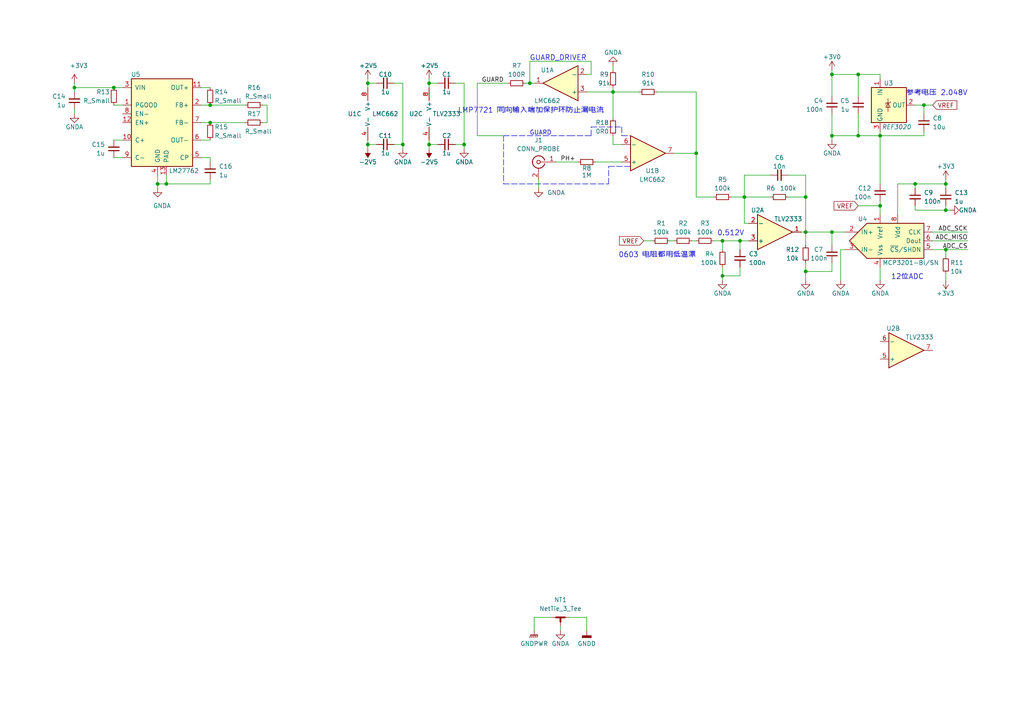
<source format=kicad_sch>
(kicad_sch (version 20210126) (generator eeschema)
  (paper "A4")
  (title_block (title "PH 计模拟前端验证版") (rev "MK1B1"))
  (lib_symbols
    (symbol "Amplifier_Operational:MCP6002-xSN" (pin_names (offset 0.127))
      (property "Reference" "U" (at 0 5.08 0))
      (property "Value" "MCP6002-xSN" (at 0 -5.08 0))
      (symbol "MCP6002-xSN_1_1"
        (polyline (pts (xy -5.08 5.08) (xy 5.08 0) (xy -5.08 -5.08) (xy -5.08 5.08)) (stroke (width 0.254)) (fill (type background)))
        (pin output line (at 7.62 0 180) (length 2.54) (name "~") (number "1"))
        (pin input line (at -7.62 -2.54 0) (length 2.54) (name "-") (number "2"))
        (pin input line (at -7.62 2.54 0) (length 2.54) (name "+") (number "3"))
      )
      (symbol "MCP6002-xSN_2_1"
        (polyline (pts (xy -5.08 5.08) (xy 5.08 0) (xy -5.08 -5.08) (xy -5.08 5.08)) (stroke (width 0.254)) (fill (type background)))
        (pin input line (at -7.62 2.54 0) (length 2.54) (name "+") (number "5"))
        (pin input line (at -7.62 -2.54 0) (length 2.54) (name "-") (number "6"))
        (pin output line (at 7.62 0 180) (length 2.54) (name "~") (number "7"))
      )
      (symbol "MCP6002-xSN_3_1"
        (pin power_in line (at -2.54 -7.62 90) (length 3.81) (name "V-") (number "4"))
        (pin power_in line (at -2.54 7.62 270) (length 3.81) (name "V+") (number "8"))
      )
    )
    (symbol "Analog_ADC:MCP3201" (pin_names (offset 0.762))
      (property "Reference" "U" (at 3.81 8.89 0))
      (property "Value" "MCP3201" (at 3.81 6.35 0))
      (symbol "MCP3201_0_0"
        (polyline (pts (xy -11.43 0) (xy -6.35 5.08) (xy 10.16 5.08) (xy 10.16 -5.08) (xy -6.35 -5.08) (xy -11.43 0)) (stroke (width 0.254)) (fill (type background)))
      )
      (symbol "MCP3201_1_1"
        (pin power_in line (at -2.54 7.62 270) (length 2.54) (name "Vref") (number "1"))
        (pin input line (at -12.7 2.54 0) (length 3.81) (name "IN+") (number "2"))
        (pin input line (at -12.7 -2.54 0) (length 3.81) (name "IN-") (number "3"))
        (pin power_in line (at -2.54 -7.62 90) (length 2.54) (name "Vss") (number "4"))
        (pin input line (at 12.7 -2.54 180) (length 2.54) (name "~CS~/SHDN") (number "5"))
        (pin output line (at 12.7 0 180) (length 2.54) (name "Dout") (number "6"))
        (pin input line (at 12.7 2.54 180) (length 2.54) (name "CLK") (number "7"))
        (pin power_in line (at 2.54 7.62 270) (length 2.54) (name "Vdd") (number "8"))
      )
    )
    (symbol "Connector:Conn_Coaxial" (pin_names (offset 1.016) hide)
      (property "Reference" "J" (at 0.254 3.048 0))
      (property "Value" "Conn_Coaxial" (at 2.921 0 90))
      (symbol "Conn_Coaxial_0_1"
        (arc (start -1.778 0.508) (end 1.778 0) (radius (at -0.0508 0) (length 1.8034) (angles 163.6 0)) (stroke (width 0.254)))
        (arc (start 1.778 0) (end -1.778 -0.508) (radius (at -0.0254 0) (length 1.8034) (angles 0 -163.8)) (stroke (width 0.254)))
        (circle (center 0 0) (radius 0.508) (stroke (width 0.2032)))
        (polyline (pts (xy -2.54 0) (xy -0.508 0)))
        (polyline (pts (xy 0 -2.54) (xy 0 -1.778)))
      )
      (symbol "Conn_Coaxial_1_1"
        (pin passive line (at -5.08 0 0) (length 2.54) (name "In") (number "1"))
        (pin passive line (at 0 -5.08 90) (length 2.54) (name "Ext") (number "2"))
      )
    )
    (symbol "Device:C_Small" (pin_numbers hide) (pin_names (offset 0.254) hide)
      (property "Reference" "C" (at 0.254 1.778 0))
      (property "Value" "C_Small" (at 0.254 -2.032 0))
      (symbol "C_Small_0_1"
        (polyline (pts (xy -1.524 -0.508) (xy 1.524 -0.508)) (stroke (width 0.3302)))
        (polyline (pts (xy -1.524 0.508) (xy 1.524 0.508)) (stroke (width 0.3048)))
      )
      (symbol "C_Small_1_1"
        (pin passive line (at 0 2.54 270) (length 2.032) (name "~") (number "1"))
        (pin passive line (at 0 -2.54 90) (length 2.032) (name "~") (number "2"))
      )
    )
    (symbol "Device:NetTie_3_Tee" (pin_numbers hide) (pin_names (offset 0) hide)
      (property "Reference" "NT" (at 0 3.175 0))
      (property "Value" "NetTie_3_Tee" (at 0 1.27 0))
      (symbol "NetTie_3_Tee_0_1"
        (polyline (pts (xy -1.27 0) (xy 1.27 0)) (stroke (width 0.508)))
        (polyline (pts (xy -1.27 0) (xy 1.27 0)) (stroke (width 0.254)))
        (polyline (pts (xy 0 -2.54) (xy 0 -2.54)) (stroke (width 0.254)))
        (polyline (pts (xy 0 -1.27) (xy 0 0)) (stroke (width 0.508)))
      )
      (symbol "NetTie_3_Tee_1_1"
        (pin passive line (at -2.54 0 0) (length 2.54) (name "1") (number "1"))
        (pin passive line (at 2.54 0 180) (length 2.54) (name "2") (number "2"))
        (pin passive line (at 0 -2.54 90) (length 2.54) (name "3") (number "3"))
      )
    )
    (symbol "Device:R_Small" (pin_numbers hide) (pin_names (offset 0.254) hide)
      (property "Reference" "R" (at 0.762 0.508 0))
      (property "Value" "R_Small" (at 0.762 -1.016 0))
      (symbol "R_Small_0_1"
        (rectangle (start -0.762 1.778) (end 0.762 -1.778) (stroke (width 0.2032)))
      )
      (symbol "R_Small_1_1"
        (pin passive line (at 0 2.54 270) (length 0.762) (name "~") (number "1"))
        (pin passive line (at 0 -2.54 90) (length 0.762) (name "~") (number "2"))
      )
    )
    (symbol "Reference_Voltage:REF3020" (pin_names (offset 0.254))
      (property "Reference" "U" (at 0 6.35 0))
      (property "Value" "REF3020" (at 2.54 -6.35 0))
      (symbol "REF3020_0_1"
        (rectangle (start -5.08 5.08) (end 5.08 -5.08) (stroke (width 0.254)) (fill (type background)))
        (polyline (pts (xy -0.254 1.905) (xy -0.254 -1.905)))
        (polyline (pts (xy -0.889 -0.635) (xy 0.381 -0.635) (xy -0.254 0.635) (xy -0.889 -0.635)))
        (polyline (pts (xy 0.381 1.016) (xy 0.381 0.635) (xy -0.889 0.635) (xy -0.889 0.254)))
      )
      (symbol "REF3020_1_1"
        (pin power_in line (at -2.54 7.62 270) (length 2.54) (name "IN") (number "1"))
        (pin power_out line (at 7.62 0 180) (length 2.54) (name "OUT") (number "2"))
        (pin power_in line (at -2.54 -7.62 90) (length 2.54) (name "GND") (number "3"))
      )
    )
    (symbol "Regulator_SwitchedCapacitor:LM27762" (pin_names (offset 1.016))
      (property "Reference" "U" (at -6.604 8.89 0))
      (property "Value" "LM27762" (at 6.096 8.89 0))
      (symbol "LM27762_0_1"
        (rectangle (start -7.62 7.62) (end 10.16 -17.78) (stroke (width 0.254)) (fill (type background)))
      )
      (symbol "LM27762_1_1"
        (pin open_collector line (at -10.16 0 0) (length 2.54) (name "PGOOD") (number "1"))
        (pin passive line (at -10.16 -10.16 0) (length 2.54) (name "C+") (number "10"))
        (pin power_out line (at 12.7 5.08 180) (length 2.54) (name "OUT+") (number "11"))
        (pin input line (at -10.16 -5.08 0) (length 2.54) (name "EN+") (number "12"))
        (pin power_in line (at 2.54 -20.32 90) (length 2.54) (name "PAD") (number "13"))
        (pin input line (at 12.7 0 180) (length 2.54) (name "FB+") (number "2"))
        (pin power_in line (at -10.16 5.08 0) (length 2.54) (name "VIN") (number "3"))
        (pin power_in line (at 0 -20.32 90) (length 2.54) (name "GND") (number "4"))
        (pin passive line (at 12.7 -15.24 180) (length 2.54) (name "CP") (number "5"))
        (pin power_out line (at 12.7 -10.16 180) (length 2.54) (name "OUT-") (number "6"))
        (pin input line (at 12.7 -5.08 180) (length 2.54) (name "FB-") (number "7"))
        (pin input line (at -10.16 -2.54 0) (length 2.54) (name "EN-") (number "8"))
        (pin passive line (at -10.16 -15.24 0) (length 2.54) (name "C-") (number "9"))
      )
    )
    (symbol "power:+2V5" (power) (pin_names (offset 0))
      (property "Value" "+2V5" (at 0 3.556 0))
      (symbol "+2V5_0_1"
        (polyline (pts (xy -0.762 1.27) (xy 0 2.54)))
        (polyline (pts (xy 0 0) (xy 0 2.54)))
        (polyline (pts (xy 0 2.54) (xy 0.762 1.27)))
      )
      (symbol "+2V5_1_1"
        (pin power_in line (at 0 0 90) (length 0) hide (name "+2V5") (number "1"))
      )
    )
    (symbol "power:+3V0" (power) (pin_names (offset 0))
      (property "Value" "+3V0" (at 0 3.556 0))
      (symbol "+3V0_0_1"
        (polyline (pts (xy -0.762 1.27) (xy 0 2.54)))
        (polyline (pts (xy 0 0) (xy 0 2.54)))
        (polyline (pts (xy 0 2.54) (xy 0.762 1.27)))
      )
      (symbol "+3V0_1_1"
        (pin power_in line (at 0 0 90) (length 0) hide (name "+3V0") (number "1"))
      )
    )
    (symbol "power:+3V3" (power) (pin_names (offset 0))
      (property "Value" "+3V3" (at 0 3.556 0))
      (symbol "+3V3_0_1"
        (polyline (pts (xy -0.762 1.27) (xy 0 2.54)))
        (polyline (pts (xy 0 0) (xy 0 2.54)))
        (polyline (pts (xy 0 2.54) (xy 0.762 1.27)))
      )
      (symbol "+3V3_1_1"
        (pin power_in line (at 0 0 90) (length 0) hide (name "+3V3") (number "1"))
      )
    )
    (symbol "power:-2V5" (power) (pin_names (offset 0))
      (property "Value" "-2V5" (at 0 3.81 0))
      (symbol "-2V5_0_0"
        (pin power_in line (at 0 0 90) (length 0) hide (name "-2V5") (number "1"))
      )
      (symbol "-2V5_0_1"
        (polyline (pts (xy 0 0) (xy 0 1.27) (xy 0.762 1.27) (xy 0 2.54) (xy -0.762 1.27) (xy 0 1.27)) (fill (type outline)))
      )
    )
    (symbol "power:GNDA" (power) (pin_names (offset 0))
      (property "Value" "GNDA" (at 0 -3.81 0))
      (symbol "GNDA_0_1"
        (polyline (pts (xy 0 0) (xy 0 -1.27) (xy 1.27 -1.27) (xy 0 -2.54) (xy -1.27 -1.27) (xy 0 -1.27)))
      )
      (symbol "GNDA_1_1"
        (pin power_in line (at 0 0 270) (length 0) hide (name "GNDA") (number "1"))
      )
    )
    (symbol "power:GNDD" (power) (pin_names (offset 0))
      (property "Value" "GNDD" (at 0 -3.175 0))
      (symbol "GNDD_0_1"
        (rectangle (start -1.27 -1.524) (end 1.27 -2.032) (stroke (width 0.254)) (fill (type outline)))
        (polyline (pts (xy 0 0) (xy 0 -1.524)))
      )
      (symbol "GNDD_1_1"
        (pin power_in line (at 0 0 270) (length 0) hide (name "GNDD") (number "1"))
      )
    )
    (symbol "power:GNDPWR" (power) (pin_names (offset 0))
      (property "Value" "GNDPWR" (at 0 -3.302 0))
      (symbol "GNDPWR_0_1"
        (polyline (pts (xy 0 -1.27) (xy 0 0)))
        (polyline (pts (xy -1.016 -1.27) (xy -1.27 -2.032) (xy -1.27 -2.032)) (stroke (width 0.2032)))
        (polyline (pts (xy -0.508 -1.27) (xy -0.762 -2.032) (xy -0.762 -2.032)) (stroke (width 0.2032)))
        (polyline (pts (xy 0 -1.27) (xy -0.254 -2.032) (xy -0.254 -2.032)) (stroke (width 0.2032)))
        (polyline (pts (xy 0.508 -1.27) (xy 0.254 -2.032) (xy 0.254 -2.032)) (stroke (width 0.2032)))
        (polyline (pts (xy 1.016 -1.27) (xy -1.016 -1.27) (xy -1.016 -1.27)) (stroke (width 0.2032)))
        (polyline (pts (xy 1.016 -1.27) (xy 0.762 -2.032) (xy 0.762 -2.032) (xy 0.762 -2.032)) (stroke (width 0.2032)))
      )
      (symbol "GNDPWR_1_1"
        (pin power_in line (at 0 0 270) (length 0) hide (name "GNDPWR") (number "1"))
      )
    )
  )
  (junction (at 21.59 25.4) (diameter 0.9144))
  (junction (at 33.02 25.4) (diameter 0.9144))
  (junction (at 45.72 53.34) (diameter 0.9144))
  (junction (at 48.26 53.34) (diameter 0.9144))
  (junction (at 60.96 30.48) (diameter 0.9144))
  (junction (at 60.96 35.56) (diameter 0.9144))
  (junction (at 106.68 24.13) (diameter 0.9144))
  (junction (at 106.68 41.91) (diameter 0.9144))
  (junction (at 116.84 41.91) (diameter 0.9144))
  (junction (at 124.46 24.13) (diameter 0.9144))
  (junction (at 124.46 41.91) (diameter 0.9144))
  (junction (at 134.62 41.91) (diameter 0.9144))
  (junction (at 153.67 24.13) (diameter 0.9144))
  (junction (at 177.8 26.67) (diameter 0.9144))
  (junction (at 201.93 44.45) (diameter 0.9144))
  (junction (at 209.55 69.85) (diameter 0.9144))
  (junction (at 209.55 80.01) (diameter 0.9144))
  (junction (at 214.63 69.85) (diameter 0.9144))
  (junction (at 215.9 57.15) (diameter 0.9144))
  (junction (at 233.68 57.15) (diameter 0.9144))
  (junction (at 233.68 67.31) (diameter 0.9144))
  (junction (at 233.68 78.74) (diameter 0.9144))
  (junction (at 241.3 21.59) (diameter 0.9144))
  (junction (at 241.3 39.37) (diameter 0.9144))
  (junction (at 241.3 67.31) (diameter 0.9144))
  (junction (at 248.92 21.59) (diameter 0.9144))
  (junction (at 248.92 39.37) (diameter 0.9144))
  (junction (at 255.27 39.37) (diameter 0.9144))
  (junction (at 255.27 59.69) (diameter 0.9144))
  (junction (at 265.43 53.34) (diameter 0.9144))
  (junction (at 267.97 30.48) (diameter 0.9144))
  (junction (at 274.32 53.34) (diameter 0.9144))
  (junction (at 274.32 60.96) (diameter 0.9144))
  (junction (at 274.32 72.39) (diameter 0.9144))
  (wire (pts (xy 21.59 24.13) (xy 21.59 25.4)))
  (wire (pts (xy 21.59 25.4) (xy 33.02 25.4)))
  (wire (pts (xy 21.59 26.67) (xy 21.59 25.4)))
  (wire (pts (xy 21.59 31.75) (xy 21.59 33.02)))
  (wire (pts (xy 33.02 25.4) (xy 35.56 25.4)))
  (wire (pts (xy 33.02 30.48) (xy 35.56 30.48)))
  (wire (pts (xy 33.02 40.64) (xy 35.56 40.64)))
  (wire (pts (xy 33.02 45.72) (xy 35.56 45.72)))
  (wire (pts (xy 45.72 50.8) (xy 45.72 53.34)))
  (wire (pts (xy 45.72 53.34) (xy 45.72 54.61)))
  (wire (pts (xy 45.72 53.34) (xy 48.26 53.34)))
  (wire (pts (xy 48.26 50.8) (xy 48.26 53.34)))
  (wire (pts (xy 48.26 53.34) (xy 60.96 53.34)))
  (wire (pts (xy 58.42 25.4) (xy 60.96 25.4)))
  (wire (pts (xy 58.42 30.48) (xy 60.96 30.48)))
  (wire (pts (xy 58.42 35.56) (xy 60.96 35.56)))
  (wire (pts (xy 58.42 40.64) (xy 60.96 40.64)))
  (wire (pts (xy 58.42 45.72) (xy 60.96 45.72)))
  (wire (pts (xy 60.96 30.48) (xy 71.12 30.48)))
  (wire (pts (xy 60.96 35.56) (xy 71.12 35.56)))
  (wire (pts (xy 60.96 45.72) (xy 60.96 46.99)))
  (wire (pts (xy 60.96 52.07) (xy 60.96 53.34)))
  (wire (pts (xy 76.2 30.48) (xy 77.47 30.48)))
  (wire (pts (xy 76.2 35.56) (xy 77.47 35.56)))
  (wire (pts (xy 77.47 30.48) (xy 77.47 35.56)))
  (wire (pts (xy 106.68 22.86) (xy 106.68 24.13)))
  (wire (pts (xy 106.68 24.13) (xy 106.68 25.4)))
  (wire (pts (xy 106.68 24.13) (xy 109.22 24.13)))
  (wire (pts (xy 106.68 40.64) (xy 106.68 41.91)))
  (wire (pts (xy 106.68 41.91) (xy 106.68 43.18)))
  (wire (pts (xy 106.68 41.91) (xy 109.22 41.91)))
  (wire (pts (xy 114.3 24.13) (xy 116.84 24.13)))
  (wire (pts (xy 114.3 41.91) (xy 116.84 41.91)))
  (wire (pts (xy 116.84 41.91) (xy 116.84 24.13)))
  (wire (pts (xy 116.84 41.91) (xy 116.84 43.18)))
  (wire (pts (xy 124.46 22.86) (xy 124.46 24.13)))
  (wire (pts (xy 124.46 24.13) (xy 124.46 25.4)))
  (wire (pts (xy 124.46 24.13) (xy 127 24.13)))
  (wire (pts (xy 124.46 40.64) (xy 124.46 41.91)))
  (wire (pts (xy 124.46 41.91) (xy 124.46 43.18)))
  (wire (pts (xy 124.46 41.91) (xy 127 41.91)))
  (wire (pts (xy 132.08 24.13) (xy 134.62 24.13)))
  (wire (pts (xy 132.08 41.91) (xy 134.62 41.91)))
  (wire (pts (xy 134.62 41.91) (xy 134.62 24.13)))
  (wire (pts (xy 134.62 41.91) (xy 134.62 43.18)))
  (wire (pts (xy 138.43 24.13) (xy 138.43 39.37)))
  (wire (pts (xy 138.43 39.37) (xy 146.05 39.37)))
  (wire (pts (xy 147.32 24.13) (xy 138.43 24.13)))
  (wire (pts (xy 153.67 17.78) (xy 153.67 24.13)))
  (wire (pts (xy 153.67 24.13) (xy 152.4 24.13)))
  (wire (pts (xy 154.94 24.13) (xy 153.67 24.13)))
  (wire (pts (xy 154.94 179.07) (xy 154.94 182.88)))
  (wire (pts (xy 156.21 52.07) (xy 156.21 54.61)))
  (wire (pts (xy 160.02 179.07) (xy 154.94 179.07)))
  (wire (pts (xy 161.29 46.99) (xy 167.64 46.99)))
  (wire (pts (xy 162.56 181.61) (xy 162.56 182.88)))
  (wire (pts (xy 165.1 179.07) (xy 170.18 179.07)))
  (wire (pts (xy 170.18 21.59) (xy 171.45 21.59)))
  (wire (pts (xy 170.18 26.67) (xy 177.8 26.67)))
  (wire (pts (xy 170.18 179.07) (xy 170.18 182.88)))
  (wire (pts (xy 171.45 17.78) (xy 153.67 17.78)))
  (wire (pts (xy 171.45 21.59) (xy 171.45 17.78)))
  (wire (pts (xy 172.72 46.99) (xy 180.34 46.99)))
  (wire (pts (xy 177.8 19.05) (xy 177.8 20.32)))
  (wire (pts (xy 177.8 25.4) (xy 177.8 26.67)))
  (wire (pts (xy 177.8 26.67) (xy 177.8 34.29)))
  (wire (pts (xy 177.8 39.37) (xy 177.8 41.91)))
  (wire (pts (xy 177.8 41.91) (xy 180.34 41.91)))
  (wire (pts (xy 185.42 26.67) (xy 177.8 26.67)))
  (wire (pts (xy 186.69 69.85) (xy 189.23 69.85)))
  (wire (pts (xy 190.5 26.67) (xy 201.93 26.67)))
  (wire (pts (xy 194.31 69.85) (xy 195.58 69.85)))
  (wire (pts (xy 200.66 69.85) (xy 201.93 69.85)))
  (wire (pts (xy 201.93 26.67) (xy 201.93 44.45)))
  (wire (pts (xy 201.93 44.45) (xy 195.58 44.45)))
  (wire (pts (xy 201.93 44.45) (xy 201.93 57.15)))
  (wire (pts (xy 201.93 57.15) (xy 207.01 57.15)))
  (wire (pts (xy 207.01 69.85) (xy 209.55 69.85)))
  (wire (pts (xy 209.55 69.85) (xy 209.55 72.39)))
  (wire (pts (xy 209.55 69.85) (xy 214.63 69.85)))
  (wire (pts (xy 209.55 77.47) (xy 209.55 80.01)))
  (wire (pts (xy 209.55 80.01) (xy 209.55 81.28)))
  (wire (pts (xy 209.55 80.01) (xy 214.63 80.01)))
  (wire (pts (xy 212.09 57.15) (xy 215.9 57.15)))
  (wire (pts (xy 214.63 69.85) (xy 214.63 72.39)))
  (wire (pts (xy 214.63 69.85) (xy 217.17 69.85)))
  (wire (pts (xy 214.63 77.47) (xy 214.63 80.01)))
  (wire (pts (xy 215.9 50.8) (xy 215.9 57.15)))
  (wire (pts (xy 215.9 57.15) (xy 215.9 64.77)))
  (wire (pts (xy 215.9 64.77) (xy 217.17 64.77)))
  (wire (pts (xy 223.52 50.8) (xy 215.9 50.8)))
  (wire (pts (xy 223.52 57.15) (xy 215.9 57.15)))
  (wire (pts (xy 228.6 50.8) (xy 233.68 50.8)))
  (wire (pts (xy 228.6 57.15) (xy 233.68 57.15)))
  (wire (pts (xy 232.41 67.31) (xy 233.68 67.31)))
  (wire (pts (xy 233.68 50.8) (xy 233.68 57.15)))
  (wire (pts (xy 233.68 57.15) (xy 233.68 67.31)))
  (wire (pts (xy 233.68 67.31) (xy 233.68 71.12)))
  (wire (pts (xy 233.68 67.31) (xy 241.3 67.31)))
  (wire (pts (xy 233.68 76.2) (xy 233.68 78.74)))
  (wire (pts (xy 233.68 78.74) (xy 233.68 81.28)))
  (wire (pts (xy 233.68 78.74) (xy 241.3 78.74)))
  (wire (pts (xy 241.3 20.32) (xy 241.3 21.59)))
  (wire (pts (xy 241.3 21.59) (xy 248.92 21.59)))
  (wire (pts (xy 241.3 27.94) (xy 241.3 21.59)))
  (wire (pts (xy 241.3 33.02) (xy 241.3 39.37)))
  (wire (pts (xy 241.3 39.37) (xy 241.3 40.64)))
  (wire (pts (xy 241.3 39.37) (xy 248.92 39.37)))
  (wire (pts (xy 241.3 67.31) (xy 241.3 71.12)))
  (wire (pts (xy 241.3 67.31) (xy 245.11 67.31)))
  (wire (pts (xy 241.3 76.2) (xy 241.3 78.74)))
  (wire (pts (xy 243.84 72.39) (xy 243.84 81.28)))
  (wire (pts (xy 245.11 72.39) (xy 243.84 72.39)))
  (wire (pts (xy 248.92 21.59) (xy 248.92 27.94)))
  (wire (pts (xy 248.92 21.59) (xy 255.27 21.59)))
  (wire (pts (xy 248.92 33.02) (xy 248.92 39.37)))
  (wire (pts (xy 248.92 39.37) (xy 255.27 39.37)))
  (wire (pts (xy 248.92 59.69) (xy 255.27 59.69)))
  (wire (pts (xy 255.27 21.59) (xy 255.27 22.86)))
  (wire (pts (xy 255.27 38.1) (xy 255.27 39.37)))
  (wire (pts (xy 255.27 39.37) (xy 255.27 53.34)))
  (wire (pts (xy 255.27 39.37) (xy 267.97 39.37)))
  (wire (pts (xy 255.27 58.42) (xy 255.27 59.69)))
  (wire (pts (xy 255.27 59.69) (xy 255.27 62.23)))
  (wire (pts (xy 255.27 77.47) (xy 255.27 81.28)))
  (wire (pts (xy 260.35 53.34) (xy 260.35 62.23)))
  (wire (pts (xy 260.35 53.34) (xy 265.43 53.34)))
  (wire (pts (xy 265.43 30.48) (xy 267.97 30.48)))
  (wire (pts (xy 265.43 53.34) (xy 265.43 54.61)))
  (wire (pts (xy 265.43 59.69) (xy 265.43 60.96)))
  (wire (pts (xy 265.43 60.96) (xy 274.32 60.96)))
  (wire (pts (xy 267.97 30.48) (xy 267.97 33.02)))
  (wire (pts (xy 267.97 30.48) (xy 270.51 30.48)))
  (wire (pts (xy 267.97 38.1) (xy 267.97 39.37)))
  (wire (pts (xy 270.51 67.31) (xy 280.67 67.31)))
  (wire (pts (xy 270.51 69.85) (xy 280.67 69.85)))
  (wire (pts (xy 270.51 72.39) (xy 274.32 72.39)))
  (wire (pts (xy 274.32 52.07) (xy 274.32 53.34)))
  (wire (pts (xy 274.32 53.34) (xy 265.43 53.34)))
  (wire (pts (xy 274.32 54.61) (xy 274.32 53.34)))
  (wire (pts (xy 274.32 59.69) (xy 274.32 60.96)))
  (wire (pts (xy 274.32 60.96) (xy 275.59 60.96)))
  (wire (pts (xy 274.32 72.39) (xy 274.32 74.295)))
  (wire (pts (xy 274.32 72.39) (xy 280.67 72.39)))
  (wire (pts (xy 274.32 79.375) (xy 274.32 81.28)))
  (polyline (pts (xy 146.05 39.37) (xy 146.05 53.34)) (stroke (width 0) (type dash)))
  (polyline (pts (xy 146.05 39.37) (xy 165.1 39.37)) (stroke (width 0) (type dash)))
  (polyline (pts (xy 146.05 53.34) (xy 176.53 53.34)) (stroke (width 0) (type dash)))
  (polyline (pts (xy 165.1 39.37) (xy 171.45 39.37)) (stroke (width 0) (type dash)))
  (polyline (pts (xy 171.45 36.83) (xy 180.34 36.83)) (stroke (width 0) (type dash)))
  (polyline (pts (xy 171.45 39.37) (xy 171.45 36.83)) (stroke (width 0) (type dash)))
  (polyline (pts (xy 176.53 48.26) (xy 182.88 48.26)) (stroke (width 0) (type dash)))
  (polyline (pts (xy 176.53 53.34) (xy 176.53 48.26)) (stroke (width 0) (type dash)))
  (polyline (pts (xy 180.34 36.83) (xy 180.34 39.37)) (stroke (width 0) (type dash)))
  (polyline (pts (xy 180.34 39.37) (xy 182.88 39.37)) (stroke (width 0) (type dash)))
  (text "GUARD" (at 160.02 39.37 180) (effects (font (size 1.27 1.27)) (justify right bottom)))
  (text "GUARD_DRIVER" (at 170.18 17.78 180) (effects (font (size 1.5 1.5)) (justify right bottom)))
  (text "LMP7721 同向输入端加保护环防止漏电流" (at 175.26 33.02 180) (effects (font (size 1.5 1.5)) (justify right bottom)))
  (text "0603 电阻都用低温漂" (at 201.93 74.93 180) (effects (font (size 1.5 1.5)) (justify right bottom)))
  (text "0.512V" (at 215.9 68.58 180) (effects (font (size 1.5 1.5)) (justify right bottom)))
  (text "12位ADC" (at 267.97 81.28 180) (effects (font (size 1.5 1.5)) (justify right bottom)))
  (text "参考电压 2.048V" (at 280.67 27.94 180) (effects (font (size 1.5 1.5)) (justify right bottom)))
  (label "GUARD" (at 139.7 24.13 0))
  (label "PH+" (at 162.56 46.99 0))
  (label "ADC_SCK" (at 280.67 67.31 180))
  (label "ADC_MISO" (at 280.67 69.85 180))
  (label "ADC_CS" (at 280.67 72.39 180))
  (global_label "VREF" (shape input) (at 186.69 69.85 180) (property "Intersheet References" "${INTERSHEET_REFS}" (effects hide)))
  (global_label "VREF" (shape input) (at 248.92 59.69 180) (property "Intersheet References" "${INTERSHEET_REFS}" (effects hide)))
  (global_label "VREF" (shape input) (at 270.51 30.48 0) (property "Intersheet References" "${INTERSHEET_REFS}" (effects hide)))
  (symbol (lib_id "power:+3V3") (at 21.59 24.13 0) (unit 1)
    (property "Reference" "#PWR011" (effects hide))
    (property "Value" "+3V3" (at 22.86 19.05 0))
  )
  (symbol (lib_id "power:+2V5") (at 106.68 22.86 0) (unit 1)
    (property "Reference" "#PWR01" (effects hide))
    (property "Value" "+2V5" (at 104.14 19.05 0) (effects (justify left)))
  )
  (symbol (lib_id "power:-2V5") (at 106.68 43.18 180) (unit 1)
    (property "Reference" "#PWR02" (effects hide))
    (property "Value" "-2V5" (at 106.68 46.99 0))
  )
  (symbol (lib_id "power:+2V5") (at 124.46 22.86 0) (unit 1)
    (property "Reference" "#PWR06" (effects hide))
    (property "Value" "+2V5" (at 121.92 19.05 0) (effects (justify left)))
  )
  (symbol (lib_id "power:-2V5") (at 124.46 43.18 180) (unit 1)
    (property "Reference" "#PWR07" (effects hide))
    (property "Value" "-2V5" (at 124.46 46.99 0))
  )
  (symbol (lib_id "power:+3V0") (at 241.3 20.32 0) (unit 1)
    (property "Reference" "#PWR0102" (effects hide))
    (property "Value" "+3V0" (at 241.3 16.51 0))
  )
  (symbol (lib_id "power:+3V3") (at 274.32 52.07 0) (unit 1)
    (property "Reference" "#PWR09" (effects hide))
    (property "Value" "+3V3" (at 274.32 48.26 0))
  )
  (symbol (lib_id "power:+3V3") (at 274.32 81.28 180) (unit 1)
    (property "Reference" "#PWR0112" (effects hide))
    (property "Value" "+3V3" (at 276.86 85.09 0) (effects (justify left)))
  )
  (symbol (lib_id "power:GNDPWR") (at 154.94 182.88 0) (unit 1)
    (property "Reference" "#PWR0109" (effects hide))
    (property "Value" "GNDPWR" (at 154.94 186.69 0))
  )
  (symbol (lib_id "power:GNDD") (at 170.18 182.88 0) (unit 1)
    (property "Reference" "#PWR0107" (effects hide))
    (property "Value" "GNDD" (at 170.18 186.69 0))
  )
  (symbol (lib_id "power:GNDA") (at 21.59 33.02 0) (unit 1)
    (property "Reference" "#PWR012" (effects hide))
    (property "Value" "GNDA" (at 21.59 36.83 0))
  )
  (symbol (lib_id "power:GNDA") (at 45.72 54.61 0) (unit 1)
    (property "Reference" "#PWR013" (effects hide))
    (property "Value" "GNDA" (at 46.99 59.69 0))
  )
  (symbol (lib_id "power:GNDA") (at 116.84 43.18 0) (unit 1)
    (property "Reference" "#PWR03" (effects hide))
    (property "Value" "GNDA" (at 116.84 46.99 0))
  )
  (symbol (lib_id "power:GNDA") (at 134.62 43.18 0) (unit 1)
    (property "Reference" "#PWR08" (effects hide))
    (property "Value" "GNDA" (at 134.62 46.99 0))
  )
  (symbol (lib_id "power:GNDA") (at 156.21 54.61 0) (unit 1)
    (property "Reference" "#PWR04" (effects hide))
    (property "Value" "GNDA" (at 161.29 55.88 0))
  )
  (symbol (lib_id "power:GNDA") (at 162.56 182.88 0) (unit 1)
    (property "Reference" "#PWR0105" (effects hide))
    (property "Value" "GNDA" (at 162.56 186.69 0))
  )
  (symbol (lib_id "power:GNDA") (at 177.8 19.05 180) (unit 1)
    (property "Reference" "#PWR05" (effects hide))
    (property "Value" "GNDA" (at 177.8 15.24 0))
  )
  (symbol (lib_id "power:GNDA") (at 209.55 81.28 0) (unit 1)
    (property "Reference" "#PWR0103" (effects hide))
    (property "Value" "GNDA" (at 209.55 85.09 0))
  )
  (symbol (lib_id "power:GNDA") (at 233.68 81.28 0) (unit 1)
    (property "Reference" "#PWR010" (effects hide))
    (property "Value" "GNDA" (at 233.68 85.09 0))
  )
  (symbol (lib_id "power:GNDA") (at 241.3 40.64 0) (unit 1)
    (property "Reference" "#PWR0101" (effects hide))
    (property "Value" "GNDA" (at 241.3 44.45 0))
  )
  (symbol (lib_id "power:GNDA") (at 243.84 81.28 0) (unit 1)
    (property "Reference" "#PWR0108" (effects hide))
    (property "Value" "GNDA" (at 243.84 85.09 0))
  )
  (symbol (lib_id "power:GNDA") (at 255.27 81.28 0) (unit 1)
    (property "Reference" "#PWR0110" (effects hide))
    (property "Value" "GNDA" (at 255.27 85.09 0))
  )
  (symbol (lib_id "power:GNDA") (at 275.59 60.96 90) (unit 1)
    (property "Reference" "#PWR0111" (effects hide))
    (property "Value" "GNDA" (at 280.67 60.96 90))
  )
  (symbol (lib_id "Device:R_Small") (at 33.02 27.94 180) (unit 1)
    (property "Reference" "R13" (at 27.94 26.67 0) (effects (justify right)))
    (property "Value" "R_Small" (at 24.13 29.21 0) (effects (justify right)))
  )
  (symbol (lib_id "Device:R_Small") (at 60.96 27.94 0) (unit 1)
    (property "Reference" "R14" (at 62.23 26.67 0) (effects (justify left)))
    (property "Value" "R_Small" (at 62.23 29.21 0) (effects (justify left)))
  )
  (symbol (lib_id "Device:R_Small") (at 60.96 38.1 0) (unit 1)
    (property "Reference" "R15" (at 62.23 36.83 0) (effects (justify left)))
    (property "Value" "R_Small" (at 62.23 39.37 0) (effects (justify left)))
  )
  (symbol (lib_id "Device:R_Small") (at 73.66 30.48 90) (unit 1)
    (property "Reference" "R16" (at 73.66 25.4 90))
    (property "Value" "R_Small" (at 74.93 27.94 90))
  )
  (symbol (lib_id "Device:R_Small") (at 73.66 35.56 90) (unit 1)
    (property "Reference" "R17" (at 73.66 33.02 90))
    (property "Value" "R_Small" (at 74.93 38.1 90))
  )
  (symbol (lib_id "Device:R_Small") (at 149.86 24.13 90) (unit 1)
    (property "Reference" "R7" (at 149.86 19.05 90))
    (property "Value" "100R" (at 149.86 21.59 90))
    (property "Footprint" "Resistor_SMD:R_0402_1005Metric" (effects hide))
  )
  (symbol (lib_id "Device:R_Small") (at 170.18 46.99 90) (unit 1)
    (property "Reference" "R8" (at 170.18 49.53 90) (effects (justify top)))
    (property "Value" "1M" (at 170.18 50.8 90))
  )
  (symbol (lib_id "Device:R_Small") (at 177.8 22.86 180) (unit 1)
    (property "Reference" "R9" (at 175.26 21.59 0))
    (property "Value" "91k" (at 175.26 24.13 0))
  )
  (symbol (lib_id "Device:R_Small") (at 177.8 36.83 0) (unit 1)
    (property "Reference" "R18" (at 172.72 35.56 0) (effects (justify left)))
    (property "Value" "0R0" (at 172.72 38.1 0) (effects (justify left)))
    (property "Footprint" "Resistor_SMD:R_0805_2012Metric" (effects hide))
  )
  (symbol (lib_id "Device:R_Small") (at 187.96 26.67 90) (unit 1)
    (property "Reference" "R10" (at 187.96 21.59 90))
    (property "Value" "91k" (at 187.96 24.13 90))
  )
  (symbol (lib_id "Device:R_Small") (at 191.77 69.85 90) (unit 1)
    (property "Reference" "R1" (at 191.77 64.77 90))
    (property "Value" "100k" (at 191.77 67.31 90))
  )
  (symbol (lib_id "Device:R_Small") (at 198.12 69.85 90) (unit 1)
    (property "Reference" "R2" (at 198.12 64.77 90))
    (property "Value" "100k" (at 198.12 67.31 90))
  )
  (symbol (lib_id "Device:R_Small") (at 204.47 69.85 90) (unit 1)
    (property "Reference" "R3" (at 204.47 64.77 90))
    (property "Value" "100k" (at 204.47 67.31 90))
  )
  (symbol (lib_id "Device:R_Small") (at 209.55 57.15 90) (unit 1)
    (property "Reference" "R5" (at 209.55 52.07 90))
    (property "Value" "100k" (at 209.55 54.61 90))
  )
  (symbol (lib_id "Device:R_Small") (at 209.55 74.93 0) (unit 1)
    (property "Reference" "R4" (at 204.47 73.66 0) (effects (justify left)))
    (property "Value" "100k" (at 203.2 76.2 0) (effects (justify left)))
  )
  (symbol (lib_id "Device:R_Small") (at 226.06 57.15 90) (unit 1)
    (property "Reference" "R6" (at 223.52 54.61 90))
    (property "Value" "100k" (at 228.6 54.61 90))
  )
  (symbol (lib_id "Device:R_Small") (at 233.68 73.66 180) (unit 1)
    (property "Reference" "R12" (at 229.87 72.39 0))
    (property "Value" "10k" (at 229.87 74.93 0))
  )
  (symbol (lib_id "Device:R_Small") (at 274.32 76.835 0) (unit 1)
    (property "Reference" "R11" (at 275.59 76.2 0) (effects (justify left)))
    (property "Value" "10k" (at 275.59 78.74 0) (effects (justify left)))
  )
  (symbol (lib_id "Device:NetTie_3_Tee") (at 162.56 179.07 0) (unit 1)
    (property "Reference" "NT1" (at 162.56 173.99 0))
    (property "Value" "NetTie_3_Tee" (at 162.56 176.53 0))
  )
  (symbol (lib_id "Device:C_Small") (at 21.59 29.21 0) (mirror x) (unit 1)
    (property "Reference" "C14" (at 19.05 27.94 0) (effects (justify right)))
    (property "Value" "1u" (at 19.05 30.48 0) (effects (justify right)))
  )
  (symbol (lib_id "Device:C_Small") (at 33.02 43.18 0) (mirror x) (unit 1)
    (property "Reference" "C15" (at 30.48 41.91 0) (effects (justify right)))
    (property "Value" "1u" (at 30.48 44.45 0) (effects (justify right)))
  )
  (symbol (lib_id "Device:C_Small") (at 60.96 49.53 0) (unit 1)
    (property "Reference" "C16" (at 63.5 48.26 0) (effects (justify left)))
    (property "Value" "1u" (at 63.5 50.8 0) (effects (justify left)))
  )
  (symbol (lib_id "Device:C_Small") (at 111.76 24.13 270) (unit 1)
    (property "Reference" "C10" (at 111.76 21.59 90))
    (property "Value" "1u" (at 111.76 26.67 90))
  )
  (symbol (lib_id "Device:C_Small") (at 111.76 41.91 270) (unit 1)
    (property "Reference" "C11" (at 111.76 39.37 90))
    (property "Value" "1u" (at 111.76 44.45 90))
  )
  (symbol (lib_id "Device:C_Small") (at 129.54 24.13 270) (unit 1)
    (property "Reference" "C1" (at 129.54 21.59 90))
    (property "Value" "1u" (at 129.54 26.67 90))
  )
  (symbol (lib_id "Device:C_Small") (at 129.54 41.91 270) (unit 1)
    (property "Reference" "C2" (at 129.54 39.37 90))
    (property "Value" "1u" (at 129.54 44.45 90))
  )
  (symbol (lib_id "Device:C_Small") (at 214.63 74.93 0) (unit 1)
    (property "Reference" "C3" (at 217.17 73.66 0) (effects (justify left)))
    (property "Value" "100n" (at 217.17 76.2 0) (effects (justify left)))
  )
  (symbol (lib_id "Device:C_Small") (at 226.06 50.8 90) (unit 1)
    (property "Reference" "C6" (at 226.06 45.72 90))
    (property "Value" "10n" (at 226.06 48.26 90))
  )
  (symbol (lib_id "Device:C_Small") (at 241.3 30.48 0) (mirror x) (unit 1)
    (property "Reference" "C4" (at 238.76 29.21 0) (effects (justify right)))
    (property "Value" "100n" (at 238.76 31.75 0) (effects (justify right)))
  )
  (symbol (lib_id "Device:C_Small") (at 241.3 73.66 0) (mirror x) (unit 1)
    (property "Reference" "C7" (at 238.76 72.39 0) (effects (justify right)))
    (property "Value" "100n" (at 240.03 74.93 0) (effects (justify right)))
  )
  (symbol (lib_id "Device:C_Small") (at 248.92 30.48 0) (mirror x) (unit 1)
    (property "Reference" "C5" (at 246.38 29.21 0) (effects (justify right)))
    (property "Value" "1u" (at 246.38 31.75 0) (effects (justify right)))
  )
  (symbol (lib_id "Device:C_Small") (at 255.27 55.88 0) (mirror x) (unit 1)
    (property "Reference" "C12" (at 252.73 54.61 0) (effects (justify right)))
    (property "Value" "100n" (at 252.73 57.15 0) (effects (justify right)))
  )
  (symbol (lib_id "Device:C_Small") (at 265.43 57.15 0) (unit 1)
    (property "Reference" "C9" (at 267.97 55.88 0) (effects (justify left)))
    (property "Value" "100n" (at 267.97 58.42 0) (effects (justify left)))
  )
  (symbol (lib_id "Device:C_Small") (at 267.97 35.56 0) (unit 1)
    (property "Reference" "C8" (at 270.51 34.29 0) (effects (justify left)))
    (property "Value" "10u" (at 270.51 36.83 0) (effects (justify left)))
  )
  (symbol (lib_id "Device:C_Small") (at 274.32 57.15 0) (unit 1)
    (property "Reference" "C13" (at 276.86 55.88 0) (effects (justify left)))
    (property "Value" "1u" (at 276.86 58.42 0) (effects (justify left)))
  )
  (symbol (lib_id "Amplifier_Operational:MCP6002-xSN") (at 109.22 33.02 0) (unit 3)
    (property "Reference" "U1" (at 102.87 33.02 0))
    (property "Value" "LMC662" (at 111.76 33.02 0))
    (property "Footprint" "Package_SO:SOIC-8_3.9x4.9mm_P1.27mm" (effects hide))
    (property "Datasheet" "http://ww1.microchip.com/downloads/en/DeviceDoc/21733j.pdf" (effects hide))
  )
  (symbol (lib_id "Amplifier_Operational:MCP6002-xSN") (at 127 33.02 0) (unit 3)
    (property "Reference" "U2" (at 120.65 33.02 0))
    (property "Value" "TLV2333" (at 129.54 33.02 0))
    (property "Datasheet" "http://ww1.microchip.com/downloads/en/DeviceDoc/21733j.pdf" (effects hide))
  )
  (symbol (lib_id "Connector:Conn_Coaxial") (at 156.21 46.99 0) (mirror y) (unit 1)
    (property "Reference" "J1" (at 156.21 40.64 0))
    (property "Value" "CONN_PROBE" (at 156.21 43.18 0))
    (property "Datasheet" " ~" (effects hide))
  )
  (symbol (lib_id "Amplifier_Operational:MCP6002-xSN") (at 162.56 24.13 180) (unit 1)
    (property "Reference" "U1" (at 158.75 20.32 0))
    (property "Value" "LMC662" (at 158.75 29.21 0))
    (property "Footprint" "Package_SO:SOIC-8_3.9x4.9mm_P1.27mm" (effects hide))
    (property "Datasheet" "http://ww1.microchip.com/downloads/en/DeviceDoc/21733j.pdf" (effects hide))
  )
  (symbol (lib_id "Amplifier_Operational:MCP6002-xSN") (at 187.96 44.45 0) (mirror x) (unit 2)
    (property "Reference" "U1" (at 189.23 49.53 0))
    (property "Value" "LMC662" (at 189.23 52.07 0))
    (property "Footprint" "Package_SO:SOIC-8_3.9x4.9mm_P1.27mm" (effects hide))
    (property "Datasheet" "http://ww1.microchip.com/downloads/en/DeviceDoc/21733j.pdf" (effects hide))
  )
  (symbol (lib_id "Amplifier_Operational:MCP6002-xSN") (at 224.79 67.31 0) (mirror x) (unit 1)
    (property "Reference" "U2" (at 219.71 60.96 0))
    (property "Value" "TLV2333" (at 228.6 63.5 0))
    (property "Datasheet" "http://ww1.microchip.com/downloads/en/DeviceDoc/21733j.pdf" (effects hide))
  )
  (symbol (lib_id "Amplifier_Operational:MCP6002-xSN") (at 262.89 101.6 0) (mirror x) (unit 2)
    (property "Reference" "U2" (at 259.08 95.25 0))
    (property "Value" "TLV2333" (at 266.7 97.79 0))
    (property "Datasheet" "http://ww1.microchip.com/downloads/en/DeviceDoc/21733j.pdf" (effects hide))
  )
  (symbol (lib_id "Reference_Voltage:REF3020") (at 257.81 30.48 0) (unit 1)
    (property "Reference" "U3" (at 259.08 24.13 0) (effects (justify right)))
    (property "Value" "REF3020" (at 264.16 36.83 0) (effects (font italic) (justify right)))
    (property "Footprint" "Package_TO_SOT_SMD:SOT-23" (effects hide))
    (property "Datasheet" "http://www.ti.com/lit/ds/symlink/ref3033.pdf" (effects hide))
  )
  (symbol (lib_id "Analog_ADC:MCP3201") (at 257.81 69.85 0) (unit 1)
    (property "Reference" "U4" (at 250.19 63.5 0))
    (property "Value" "MCP3201-BI/SN" (at 264.16 76.2 0))
    (property "Datasheet" "http://ww1.microchip.com/downloads/en/DeviceDoc/21290D.pdf" (effects hide))
  )
  (symbol (lib_id "Regulator_SwitchedCapacitor:LM27762") (at 45.72 30.48 0) (unit 1)
    (property "Reference" "U5" (at 39.37 21.59 0))
    (property "Value" "LM27762" (at 53.34 49.53 0))
    (property "Footprint" "Package_SON:WSON-12-1EP_3x2mm_P0.5mm_EP1x2.65_ThermalVias" (effects hide))
    (property "Datasheet" "http://www.ti.com/lit/ds/symlink/lm27762.pdf" (effects hide))
  )
)
</source>
